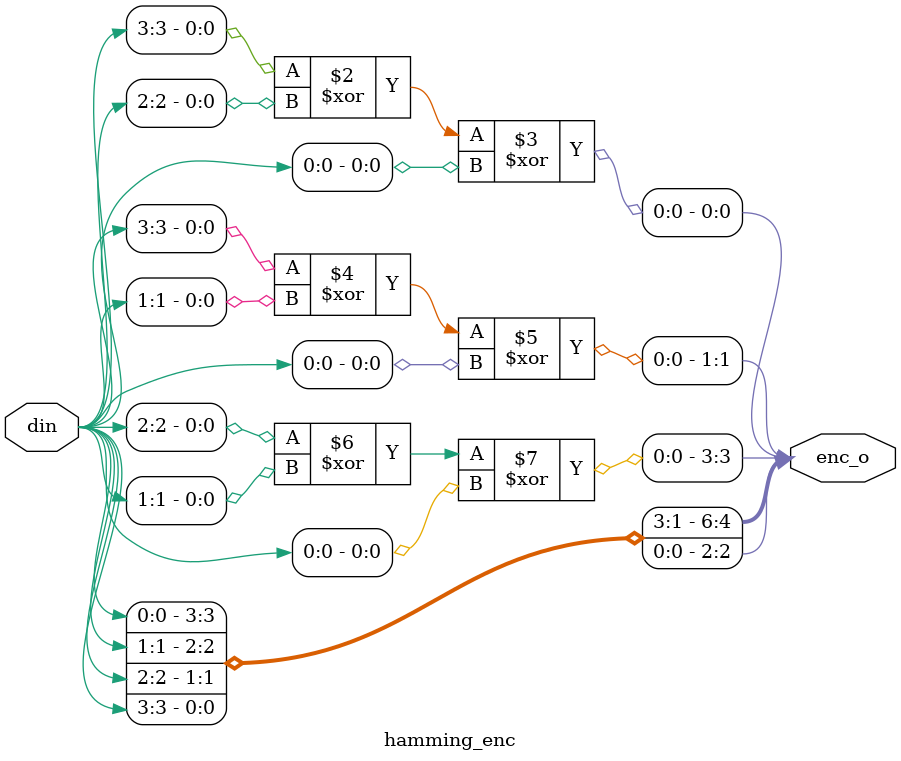
<source format=v>
module hamming_enc( din,enc_o); // 7,4 hamming Encoder  
input [3:0] din;
output reg [6:0] enc_o;

always @(*) begin
enc_o[2] = din[3];  
enc_o[4] = din[2];  
enc_o[5] = din[1];  
enc_o[6] = din[0];  
enc_o[0] = din[3] ^ din[2] ^ din[0]; 
enc_o[1] = din[3] ^ din[1] ^ din[0]; 
enc_o[3] = din[2] ^ din[1] ^ din[0]; 
end

endmodule
</source>
